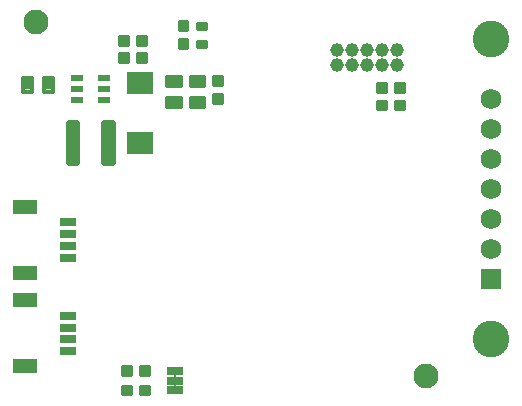
<source format=gbr>
G04 EAGLE Gerber RS-274X export*
G75*
%MOMM*%
%FSLAX34Y34*%
%LPD*%
%INSoldermask Top*%
%IPPOS*%
%AMOC8*
5,1,8,0,0,1.08239X$1,22.5*%
G01*
%ADD10C,2.101600*%
%ADD11C,3.101600*%
%ADD12C,0.326897*%
%ADD13R,1.451600X0.701600*%
%ADD14R,2.101600X1.301600*%
%ADD15R,1.371600X0.736600*%
%ADD16C,0.203200*%
%ADD17C,1.159600*%
%ADD18C,0.293622*%
%ADD19R,1.752600X1.752600*%
%ADD20C,1.752600*%
%ADD21R,1.117600X0.609600*%
%ADD22C,0.648863*%
%ADD23R,2.301600X1.901600*%
%ADD24C,0.357631*%


D10*
X25000Y325000D03*
X355000Y25000D03*
D11*
X410000Y56200D03*
X410000Y310200D03*
D12*
X321073Y250681D02*
X314435Y250681D01*
X314435Y257319D01*
X321073Y257319D01*
X321073Y250681D01*
X321073Y253787D02*
X314435Y253787D01*
X314435Y256893D02*
X321073Y256893D01*
X329675Y250681D02*
X336313Y250681D01*
X329675Y250681D02*
X329675Y257319D01*
X336313Y257319D01*
X336313Y250681D01*
X336313Y253787D02*
X329675Y253787D01*
X329675Y256893D02*
X336313Y256893D01*
X321073Y265667D02*
X314435Y265667D01*
X314435Y272305D01*
X321073Y272305D01*
X321073Y265667D01*
X321073Y268773D02*
X314435Y268773D01*
X314435Y271879D02*
X321073Y271879D01*
X329675Y265667D02*
X336313Y265667D01*
X329675Y265667D02*
X329675Y272305D01*
X336313Y272305D01*
X336313Y265667D01*
X336313Y268773D02*
X329675Y268773D01*
X329675Y271879D02*
X336313Y271879D01*
D13*
X52000Y155000D03*
X52000Y145000D03*
X52000Y135000D03*
X52000Y125000D03*
D14*
X15250Y112000D03*
X15250Y168000D03*
D13*
X52000Y76000D03*
X52000Y66000D03*
X52000Y56000D03*
X52000Y46000D03*
D14*
X15250Y33000D03*
X15250Y89000D03*
D15*
X142494Y12700D03*
X142494Y20828D03*
X142494Y28956D03*
D16*
X142494Y29718D02*
X142494Y12192D01*
D12*
X104919Y25637D02*
X98281Y25637D01*
X98281Y32275D01*
X104919Y32275D01*
X104919Y25637D01*
X104919Y28743D02*
X98281Y28743D01*
X98281Y31849D02*
X104919Y31849D01*
X113521Y25637D02*
X120159Y25637D01*
X113521Y25637D02*
X113521Y32275D01*
X120159Y32275D01*
X120159Y25637D01*
X120159Y28743D02*
X113521Y28743D01*
X113521Y31849D02*
X120159Y31849D01*
X104919Y9381D02*
X98281Y9381D01*
X98281Y16019D01*
X104919Y16019D01*
X104919Y9381D01*
X104919Y12487D02*
X98281Y12487D01*
X98281Y15593D02*
X104919Y15593D01*
X113521Y9381D02*
X120159Y9381D01*
X113521Y9381D02*
X113521Y16019D01*
X120159Y16019D01*
X120159Y9381D01*
X120159Y12487D02*
X113521Y12487D01*
X113521Y15593D02*
X120159Y15593D01*
D17*
X330400Y301350D03*
X330400Y288650D03*
X317700Y301350D03*
X317700Y288650D03*
X305000Y301350D03*
X305000Y288650D03*
X292300Y301350D03*
X292300Y288650D03*
X279600Y301350D03*
X279600Y288650D03*
D18*
X168331Y303220D02*
X168331Y308920D01*
X168331Y303220D02*
X161361Y303220D01*
X161361Y308920D01*
X168331Y308920D01*
X168331Y306009D02*
X161361Y306009D01*
X161361Y308798D02*
X168331Y308798D01*
X168331Y318460D02*
X168331Y324160D01*
X168331Y318460D02*
X161361Y318460D01*
X161361Y324160D01*
X168331Y324160D01*
X168331Y321249D02*
X161361Y321249D01*
X161361Y324038D02*
X168331Y324038D01*
D12*
X152925Y309389D02*
X152925Y302751D01*
X146287Y302751D01*
X146287Y309389D01*
X152925Y309389D01*
X152925Y305857D02*
X146287Y305857D01*
X146287Y308963D02*
X152925Y308963D01*
X152925Y317991D02*
X152925Y324629D01*
X152925Y317991D02*
X146287Y317991D01*
X146287Y324629D01*
X152925Y324629D01*
X152925Y321097D02*
X146287Y321097D01*
X146287Y324203D02*
X152925Y324203D01*
D19*
X410000Y107000D03*
D20*
X410000Y132400D03*
X410000Y157800D03*
X410000Y183200D03*
X410000Y208600D03*
X410000Y234000D03*
X410000Y259400D03*
D21*
X82550Y258826D03*
X82550Y268224D03*
X82550Y277622D03*
X59690Y277622D03*
X59690Y268224D03*
X59690Y258826D03*
D22*
X58630Y206486D02*
X53102Y206486D01*
X53102Y238014D01*
X58630Y238014D01*
X58630Y206486D01*
X58630Y212651D02*
X53102Y212651D01*
X53102Y218816D02*
X58630Y218816D01*
X58630Y224981D02*
X53102Y224981D01*
X53102Y231146D02*
X58630Y231146D01*
X58630Y237311D02*
X53102Y237311D01*
X83102Y206486D02*
X88630Y206486D01*
X83102Y206486D02*
X83102Y238014D01*
X88630Y238014D01*
X88630Y206486D01*
X88630Y212651D02*
X83102Y212651D01*
X83102Y218816D02*
X88630Y218816D01*
X88630Y224981D02*
X83102Y224981D01*
X83102Y231146D02*
X88630Y231146D01*
X88630Y237311D02*
X83102Y237311D01*
D23*
X112776Y273150D03*
X112776Y222150D03*
D24*
X39106Y277231D02*
X31506Y277231D01*
X39106Y277231D02*
X39106Y265821D01*
X31506Y265821D01*
X31506Y277231D01*
X31506Y269218D02*
X39106Y269218D01*
X39106Y272615D02*
X31506Y272615D01*
X31506Y276012D02*
X39106Y276012D01*
X21326Y277231D02*
X13726Y277231D01*
X21326Y277231D02*
X21326Y265821D01*
X13726Y265821D01*
X13726Y277231D01*
X13726Y269218D02*
X21326Y269218D01*
X21326Y272615D02*
X13726Y272615D01*
X13726Y276012D02*
X21326Y276012D01*
X135773Y278374D02*
X135773Y270774D01*
X135773Y278374D02*
X147183Y278374D01*
X147183Y270774D01*
X135773Y270774D01*
X135773Y274171D02*
X147183Y274171D01*
X147183Y277568D02*
X135773Y277568D01*
X135773Y260594D02*
X135773Y252994D01*
X135773Y260594D02*
X147183Y260594D01*
X147183Y252994D01*
X135773Y252994D01*
X135773Y256391D02*
X147183Y256391D01*
X147183Y259788D02*
X135773Y259788D01*
D12*
X102379Y290559D02*
X95741Y290559D01*
X95741Y297197D01*
X102379Y297197D01*
X102379Y290559D01*
X102379Y293665D02*
X95741Y293665D01*
X95741Y296771D02*
X102379Y296771D01*
X110981Y290559D02*
X117619Y290559D01*
X110981Y290559D02*
X110981Y297197D01*
X117619Y297197D01*
X117619Y290559D01*
X117619Y293665D02*
X110981Y293665D01*
X110981Y296771D02*
X117619Y296771D01*
X117619Y311929D02*
X110981Y311929D01*
X117619Y311929D02*
X117619Y305291D01*
X110981Y305291D01*
X110981Y311929D01*
X110981Y308397D02*
X117619Y308397D01*
X117619Y311503D02*
X110981Y311503D01*
X102379Y311929D02*
X95741Y311929D01*
X102379Y311929D02*
X102379Y305291D01*
X95741Y305291D01*
X95741Y311929D01*
X95741Y308397D02*
X102379Y308397D01*
X102379Y311503D02*
X95741Y311503D01*
X175243Y277893D02*
X175243Y271255D01*
X175243Y277893D02*
X181881Y277893D01*
X181881Y271255D01*
X175243Y271255D01*
X175243Y274361D02*
X181881Y274361D01*
X181881Y277467D02*
X175243Y277467D01*
X175243Y262653D02*
X175243Y256015D01*
X175243Y262653D02*
X181881Y262653D01*
X181881Y256015D01*
X175243Y256015D01*
X175243Y259121D02*
X181881Y259121D01*
X181881Y262227D02*
X175243Y262227D01*
D24*
X155585Y270774D02*
X155585Y278374D01*
X166995Y278374D01*
X166995Y270774D01*
X155585Y270774D01*
X155585Y274171D02*
X166995Y274171D01*
X166995Y277568D02*
X155585Y277568D01*
X155585Y260594D02*
X155585Y252994D01*
X155585Y260594D02*
X166995Y260594D01*
X166995Y252994D01*
X155585Y252994D01*
X155585Y256391D02*
X166995Y256391D01*
X166995Y259788D02*
X155585Y259788D01*
M02*

</source>
